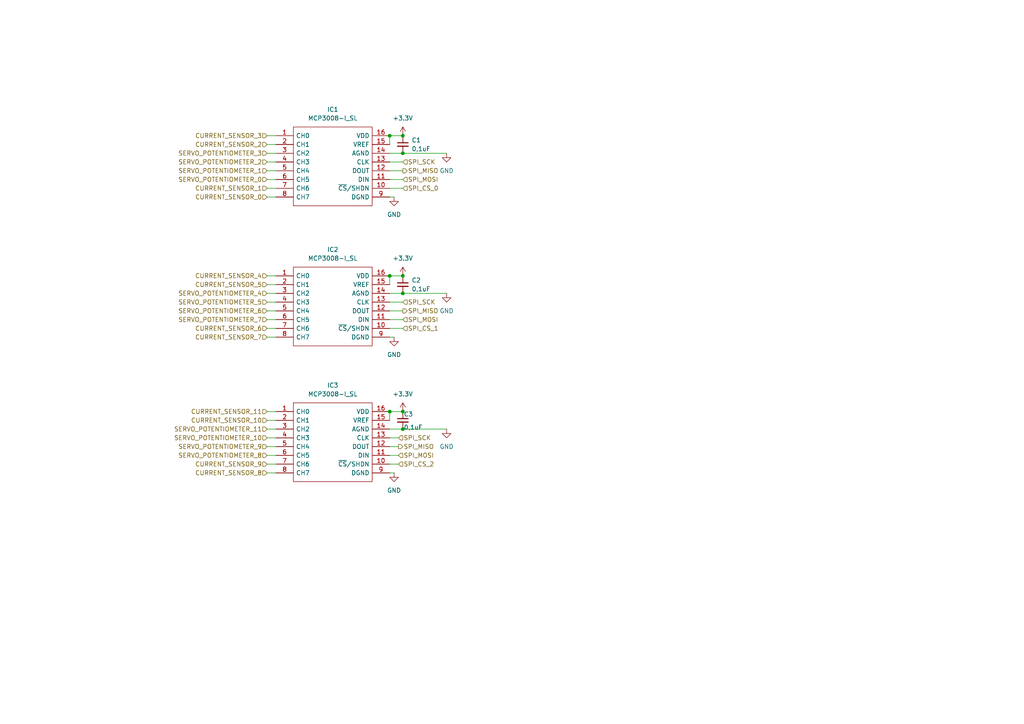
<source format=kicad_sch>
(kicad_sch (version 20230121) (generator eeschema)
  (paper "A4")
  (lib_symbols
    (symbol "Device:C_Small" (pin_numbers hide) (pin_names (offset 0.254) hide)
      (property "Reference" "C" (at 0.254 1.778 0))
      (property "Value" "C_Small" (at 0.254 -2.032 0))
      (symbol "C_Small_0_1"
        (polyline (pts (xy -1.524 -0.508) (xy 1.524 -0.508)) (stroke (width 0.3302)))
        (polyline (pts (xy -1.524 0.508) (xy 1.524 0.508)) (stroke (width 0.3048)))
      )
      (symbol "C_Small_1_1"
        (pin passive line (at 0 2.54 270) (length 2.032) (name "~") (number "1"))
        (pin passive line (at 0 -2.54 90) (length 2.032) (name "~") (number "2"))
      )
    )
    (symbol "MCP3008-I_SL:MCP3008-I_SL" (pin_names (offset 0.762))
      (property "Reference" "IC" (at 29.21 7.62 0))
      (property "Value" "MCP3008-I_SL" (at 29.21 5.08 0))
      (symbol "MCP3008-I_SL_0_0"
        (pin passive line (at 0 0 0) (length 5.08) (name "CH0") (number "1"))
        (pin passive line (at 33.02 -15.24 180) (length 5.08) (name "~{CS}/SHDN") (number "10"))
        (pin passive line (at 33.02 -12.7 180) (length 5.08) (name "DIN") (number "11"))
        (pin passive line (at 33.02 -10.16 180) (length 5.08) (name "DOUT") (number "12"))
        (pin passive line (at 33.02 -7.62 180) (length 5.08) (name "CLK") (number "13"))
        (pin passive line (at 33.02 -5.08 180) (length 5.08) (name "AGND") (number "14"))
        (pin passive line (at 33.02 -2.54 180) (length 5.08) (name "VREF") (number "15"))
        (pin passive line (at 33.02 0 180) (length 5.08) (name "VDD") (number "16"))
        (pin passive line (at 0 -2.54 0) (length 5.08) (name "CH1") (number "2"))
        (pin passive line (at 0 -5.08 0) (length 5.08) (name "CH2") (number "3"))
        (pin passive line (at 0 -7.62 0) (length 5.08) (name "CH3") (number "4"))
        (pin passive line (at 0 -10.16 0) (length 5.08) (name "CH4") (number "5"))
        (pin passive line (at 0 -12.7 0) (length 5.08) (name "CH5") (number "6"))
        (pin passive line (at 0 -15.24 0) (length 5.08) (name "CH6") (number "7"))
        (pin passive line (at 0 -17.78 0) (length 5.08) (name "CH7") (number "8"))
        (pin passive line (at 33.02 -17.78 180) (length 5.08) (name "DGND") (number "9"))
      )
      (symbol "MCP3008-I_SL_0_1"
        (polyline (pts (xy 5.08 2.54) (xy 27.94 2.54) (xy 27.94 -20.32) (xy 5.08 -20.32) (xy 5.08 2.54)) (stroke (width 0.1524)))
      )
    )
    (symbol "power:+3.3V" (power) (pin_names (offset 0))
      (property "Value" "+3.3V" (at 0 3.556 0))
      (symbol "+3.3V_0_1"
        (polyline (pts (xy -0.762 1.27) (xy 0 2.54)))
        (polyline (pts (xy 0 0) (xy 0 2.54)))
        (polyline (pts (xy 0 2.54) (xy 0.762 1.27)))
      )
      (symbol "+3.3V_1_1"
        (pin power_in line (at 0 0 90) (length 0) hide (name "+3.3V") (number "1"))
      )
    )
    (symbol "power:GND" (power) (pin_names (offset 0))
      (property "Value" "GND" (at 0 -3.81 0))
      (symbol "GND_0_1"
        (polyline (pts (xy 0 0) (xy 0 -1.27) (xy 1.27 -1.27) (xy 0 -2.54) (xy -1.27 -1.27) (xy 0 -1.27)))
      )
      (symbol "GND_1_1"
        (pin power_in line (at 0 0 270) (length 0) hide (name "GND") (number "1"))
      )
    )
  )
  (junction (at 116.84 124.46))
  (junction (at 116.84 39.37))
  (junction (at 113.03 119.38))
  (junction (at 113.03 39.37))
  (junction (at 116.84 85.09))
  (junction (at 113.03 80.01))
  (junction (at 116.84 119.38))
  (junction (at 116.84 44.45))
  (junction (at 116.84 80.01))
  (wire (pts (xy 113.03 39.37) (xy 116.84 39.37)))
  (wire (pts (xy 115.57 129.54) (xy 113.03 129.54)))
  (wire (pts (xy 115.57 127) (xy 113.03 127)))
  (wire (pts (xy 113.03 137.16) (xy 114.3 137.16)))
  (wire (pts (xy 116.84 46.99) (xy 113.03 46.99)))
  (wire (pts (xy 113.03 119.38) (xy 116.84 119.38)))
  (wire (pts (xy 113.03 39.37) (xy 113.03 41.91)))
  (wire (pts (xy 115.57 132.08) (xy 113.03 132.08)))
  (wire (pts (xy 116.84 92.71) (xy 113.03 92.71)))
  (wire (pts (xy 77.47 121.92) (xy 80.01 121.92)))
  (wire (pts (xy 77.47 132.08) (xy 80.01 132.08)))
  (wire (pts (xy 77.47 82.55) (xy 80.01 82.55)))
  (wire (pts (xy 113.03 80.01) (xy 113.03 82.55)))
  (wire (pts (xy 116.84 95.25) (xy 113.03 95.25)))
  (wire (pts (xy 77.47 90.17) (xy 80.01 90.17)))
  (wire (pts (xy 77.47 41.91) (xy 80.01 41.91)))
  (wire (pts (xy 116.84 87.63) (xy 113.03 87.63)))
  (wire (pts (xy 113.03 44.45) (xy 116.84 44.45)))
  (wire (pts (xy 77.47 87.63) (xy 80.01 87.63)))
  (wire (pts (xy 116.84 124.46) (xy 129.54 124.46)))
  (wire (pts (xy 113.03 119.38) (xy 113.03 121.92)))
  (wire (pts (xy 77.47 49.53) (xy 80.01 49.53)))
  (wire (pts (xy 77.47 95.25) (xy 80.01 95.25)))
  (wire (pts (xy 116.84 85.09) (xy 129.54 85.09)))
  (wire (pts (xy 77.47 124.46) (xy 80.01 124.46)))
  (wire (pts (xy 113.03 97.79) (xy 114.3 97.79)))
  (wire (pts (xy 77.47 119.38) (xy 80.01 119.38)))
  (wire (pts (xy 77.47 80.01) (xy 80.01 80.01)))
  (wire (pts (xy 77.47 127) (xy 80.01 127)))
  (wire (pts (xy 113.03 124.46) (xy 116.84 124.46)))
  (wire (pts (xy 77.47 52.07) (xy 80.01 52.07)))
  (wire (pts (xy 77.47 54.61) (xy 80.01 54.61)))
  (wire (pts (xy 77.47 92.71) (xy 80.01 92.71)))
  (wire (pts (xy 116.84 49.53) (xy 113.03 49.53)))
  (wire (pts (xy 77.47 97.79) (xy 80.01 97.79)))
  (wire (pts (xy 116.84 52.07) (xy 113.03 52.07)))
  (wire (pts (xy 77.47 57.15) (xy 80.01 57.15)))
  (wire (pts (xy 113.03 80.01) (xy 116.84 80.01)))
  (wire (pts (xy 116.84 44.45) (xy 129.54 44.45)))
  (wire (pts (xy 77.47 46.99) (xy 80.01 46.99)))
  (wire (pts (xy 77.47 134.62) (xy 80.01 134.62)))
  (wire (pts (xy 77.47 85.09) (xy 80.01 85.09)))
  (wire (pts (xy 77.47 129.54) (xy 80.01 129.54)))
  (wire (pts (xy 77.47 44.45) (xy 80.01 44.45)))
  (wire (pts (xy 116.84 90.17) (xy 113.03 90.17)))
  (wire (pts (xy 115.57 134.62) (xy 113.03 134.62)))
  (wire (pts (xy 113.03 57.15) (xy 114.3 57.15)))
  (wire (pts (xy 113.03 85.09) (xy 116.84 85.09)))
  (wire (pts (xy 116.84 54.61) (xy 113.03 54.61)))
  (wire (pts (xy 77.47 137.16) (xy 80.01 137.16)))
  (wire (pts (xy 77.47 39.37) (xy 80.01 39.37)))
  (hierarchical_label "CURRENT_SENSOR_5" (shape input) (at 77.47 82.55 180))
  (hierarchical_label "SPI_MISO" (shape output) (at 116.84 49.53 0))
  (hierarchical_label "CURRENT_SENSOR_6" (shape input) (at 77.47 95.25 180))
  (hierarchical_label "SERVO_POTENTIOMETER_0" (shape input) (at 77.47 52.07 180))
  (hierarchical_label "SERVO_POTENTIOMETER_8" (shape input) (at 77.47 132.08 180))
  (hierarchical_label "SERVO_POTENTIOMETER_3" (shape input) (at 77.47 44.45 180))
  (hierarchical_label "CURRENT_SENSOR_9" (shape input) (at 77.47 134.62 180))
  (hierarchical_label "SPI_SCK" (shape input) (at 115.57 127 0))
  (hierarchical_label "SERVO_POTENTIOMETER_10" (shape input) (at 77.47 127 180))
  (hierarchical_label "SERVO_POTENTIOMETER_5" (shape input) (at 77.47 87.63 180))
  (hierarchical_label "SERVO_POTENTIOMETER_9" (shape input) (at 77.47 129.54 180))
  (hierarchical_label "CURRENT_SENSOR_8" (shape input) (at 77.47 137.16 180))
  (hierarchical_label "CURRENT_SENSOR_7" (shape input) (at 77.47 97.79 180))
  (hierarchical_label "SPI_CS_0" (shape input) (at 116.84 54.61 0))
  (hierarchical_label "SPI_MOSI" (shape input) (at 115.57 132.08 0))
  (hierarchical_label "SPI_SCK" (shape input) (at 116.84 87.63 0))
  (hierarchical_label "SPI_CS_1" (shape input) (at 116.84 95.25 0))
  (hierarchical_label "SPI_MISO" (shape output) (at 115.57 129.54 0))
  (hierarchical_label "CURRENT_SENSOR_0" (shape input) (at 77.47 57.15 180))
  (hierarchical_label "CURRENT_SENSOR_1" (shape input) (at 77.47 54.61 180))
  (hierarchical_label "CURRENT_SENSOR_11" (shape input) (at 77.47 119.38 180))
  (hierarchical_label "CURRENT_SENSOR_4" (shape input) (at 77.47 80.01 180))
  (hierarchical_label "SERVO_POTENTIOMETER_6" (shape input) (at 77.47 90.17 180))
  (hierarchical_label "SPI_SCK" (shape input) (at 116.84 46.99 0))
  (hierarchical_label "CURRENT_SENSOR_10" (shape input) (at 77.47 121.92 180))
  (hierarchical_label "SERVO_POTENTIOMETER_11" (shape input) (at 77.47 124.46 180))
  (hierarchical_label "CURRENT_SENSOR_2" (shape input) (at 77.47 41.91 180))
  (hierarchical_label "SERVO_POTENTIOMETER_4" (shape input) (at 77.47 85.09 180))
  (hierarchical_label "SPI_MOSI" (shape input) (at 116.84 92.71 0))
  (hierarchical_label "SPI_MOSI" (shape input) (at 116.84 52.07 0))
  (hierarchical_label "SPI_CS_2" (shape input) (at 115.57 134.62 0))
  (hierarchical_label "SPI_MISO" (shape output) (at 116.84 90.17 0))
  (hierarchical_label "SERVO_POTENTIOMETER_1" (shape input) (at 77.47 49.53 180))
  (hierarchical_label "CURRENT_SENSOR_3" (shape input) (at 77.47 39.37 180))
  (hierarchical_label "SERVO_POTENTIOMETER_2" (shape input) (at 77.47 46.99 180))
  (hierarchical_label "SERVO_POTENTIOMETER_7" (shape input) (at 77.47 92.71 180))
  (symbol (lib_id "power:+3.3V") (at 116.84 119.38 0) (unit 1)
    (property "Reference" "#PWR042" (effects hide))
    (property "Value" "+3.3V" (at 116.84 114.3 0))
  )
  (symbol (lib_id "MCP3008-I_SL:MCP3008-I_SL") (at 80.01 80.01 0) (unit 1)
    (property "Reference" "IC2" (at 96.52 72.39 0))
    (property "Value" "MCP3008-I_SL" (at 96.52 74.93 0))
    (property "Footprint" "Package_SO:SO-16_3.9x9.9mm_P1.27mm" (effects hide))
    (property "Datasheet" "https://datasheet.datasheetarchive.com/originals/distributors/Datasheets-DGA17/1031059.pdf" (effects hide))
    (property "Description" "10-bit ADC, 8-channel, SPI Microchip MCP3008-I/SL, 10 bit Serial ADC, Differential Input, 16-Pin SOIC" (effects hide))
    (property "Height" "1.75" (effects hide))
    (property "Manufacturer_Name" "Microchip" (effects hide))
    (property "Manufacturer_Part_Number" "MCP3008-I/SL" (effects hide))
    (property "Mouser Part Number" "579-MCP3008-I/SL" (effects hide))
    (property "Mouser Price/Stock" "https://www.mouser.co.uk/ProductDetail/Microchip-Technology-Atmel/MCP3008-I-SL?qs=BYQkrObauiuZK6Atf%2FfReA%3D%3D" (effects hide))
    (property "Arrow Part Number" "MCP3008-I/SL" (effects hide))
    (property "Arrow Price/Stock" "https://www.arrow.com/en/products/mcp3008-isl/microchip-technology?region=europe" (effects hide))
  )
  (symbol (lib_id "power:GND") (at 129.54 85.09 0) (unit 1)
    (property "Reference" "#PWR044" (effects hide))
    (property "Value" "GND" (at 129.54 90.17 0))
  )
  (symbol (lib_id "power:GND") (at 114.3 97.79 0) (unit 1)
    (property "Reference" "#PWR038" (effects hide))
    (property "Value" "GND" (at 114.3 102.87 0))
  )
  (symbol (lib_id "Device:C_Small") (at 116.84 121.92 0) (unit 1)
    (property "Reference" "C3" (at 117.094 120.142 0) (effects (justify left)))
    (property "Value" "0,1uF" (at 117.094 123.952 0) (effects (justify left)))
    (property "Footprint" "Capacitor_SMD:C_0805_2012Metric_Pad1.18x1.45mm_HandSolder" (effects hide))
  )
  (symbol (lib_id "Device:C_Small") (at 116.84 41.91 0) (unit 1)
    (property "Reference" "C1" (at 119.38 40.6462 0) (effects (justify left)))
    (property "Value" "0,1uF" (at 119.38 43.1862 0) (effects (justify left)))
    (property "Footprint" "Capacitor_SMD:C_0805_2012Metric_Pad1.18x1.45mm_HandSolder" (effects hide))
  )
  (symbol (lib_id "MCP3008-I_SL:MCP3008-I_SL") (at 80.01 119.38 0) (unit 1)
    (property "Reference" "IC3" (at 96.52 111.76 0))
    (property "Value" "MCP3008-I_SL" (at 96.52 114.3 0))
    (property "Footprint" "Package_SO:SO-16_3.9x9.9mm_P1.27mm" (effects hide))
    (property "Datasheet" "https://datasheet.datasheetarchive.com/originals/distributors/Datasheets-DGA17/1031059.pdf" (effects hide))
    (property "Description" "10-bit ADC, 8-channel, SPI Microchip MCP3008-I/SL, 10 bit Serial ADC, Differential Input, 16-Pin SOIC" (effects hide))
    (property "Height" "1.75" (effects hide))
    (property "Manufacturer_Name" "Microchip" (effects hide))
    (property "Manufacturer_Part_Number" "MCP3008-I/SL" (effects hide))
    (property "Mouser Part Number" "579-MCP3008-I/SL" (effects hide))
    (property "Mouser Price/Stock" "https://www.mouser.co.uk/ProductDetail/Microchip-Technology-Atmel/MCP3008-I-SL?qs=BYQkrObauiuZK6Atf%2FfReA%3D%3D" (effects hide))
    (property "Arrow Part Number" "MCP3008-I/SL" (effects hide))
    (property "Arrow Price/Stock" "https://www.arrow.com/en/products/mcp3008-isl/microchip-technology?region=europe" (effects hide))
  )
  (symbol (lib_id "Device:C_Small") (at 116.84 82.55 0) (unit 1)
    (property "Reference" "C2" (at 119.38 81.2862 0) (effects (justify left)))
    (property "Value" "0,1uF" (at 119.38 83.8262 0) (effects (justify left)))
    (property "Footprint" "Capacitor_SMD:C_0805_2012Metric_Pad1.18x1.45mm_HandSolder" (effects hide))
  )
  (symbol (lib_id "power:+3.3V") (at 116.84 80.01 0) (unit 1)
    (property "Reference" "#PWR041" (effects hide))
    (property "Value" "+3.3V" (at 116.84 74.93 0))
  )
  (symbol (lib_id "MCP3008-I_SL:MCP3008-I_SL") (at 80.01 39.37 0) (unit 1)
    (property "Reference" "IC1" (at 96.52 31.75 0))
    (property "Value" "MCP3008-I_SL" (at 96.52 34.29 0))
    (property "Footprint" "Package_SO:SO-16_3.9x9.9mm_P1.27mm" (effects hide))
    (property "Datasheet" "https://datasheet.datasheetarchive.com/originals/distributors/Datasheets-DGA17/1031059.pdf" (effects hide))
    (property "Description" "10-bit ADC, 8-channel, SPI Microchip MCP3008-I/SL, 10 bit Serial ADC, Differential Input, 16-Pin SOIC" (effects hide))
    (property "Height" "1.75" (effects hide))
    (property "Manufacturer_Name" "Microchip" (effects hide))
    (property "Manufacturer_Part_Number" "MCP3008-I/SL" (effects hide))
    (property "Mouser Part Number" "579-MCP3008-I/SL" (effects hide))
    (property "Mouser Price/Stock" "https://www.mouser.co.uk/ProductDetail/Microchip-Technology-Atmel/MCP3008-I-SL?qs=BYQkrObauiuZK6Atf%2FfReA%3D%3D" (effects hide))
    (property "Arrow Part Number" "MCP3008-I/SL" (effects hide))
    (property "Arrow Price/Stock" "https://www.arrow.com/en/products/mcp3008-isl/microchip-technology?region=europe" (effects hide))
  )
  (symbol (lib_id "power:GND") (at 114.3 57.15 0) (unit 1)
    (property "Reference" "#PWR037" (effects hide))
    (property "Value" "GND" (at 114.3 62.23 0))
  )
  (symbol (lib_id "power:GND") (at 129.54 44.45 0) (unit 1)
    (property "Reference" "#PWR043" (effects hide))
    (property "Value" "GND" (at 129.54 49.53 0))
  )
  (symbol (lib_id "power:GND") (at 114.3 137.16 0) (unit 1)
    (property "Reference" "#PWR039" (effects hide))
    (property "Value" "GND" (at 114.3 142.24 0))
  )
  (symbol (lib_id "power:GND") (at 129.54 124.46 0) (unit 1)
    (property "Reference" "#PWR045" (effects hide))
    (property "Value" "GND" (at 129.54 129.54 0))
  )
  (symbol (lib_id "power:+3.3V") (at 116.84 39.37 0) (unit 1)
    (property "Reference" "#PWR040" (effects hide))
    (property "Value" "+3.3V" (at 116.84 34.29 0))
  )
)
</source>
